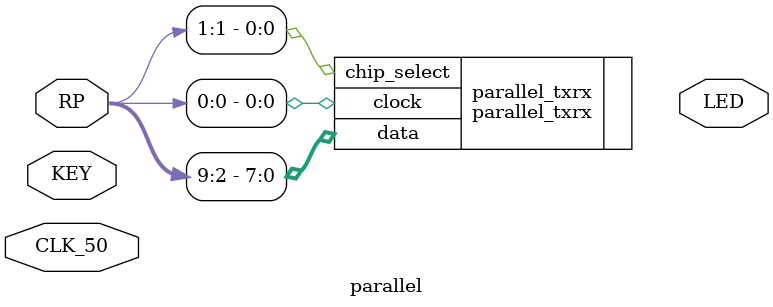
<source format=v>
module parallel(
    input CLK_50,
    inout [9:0] RP,
    input KEY,
    output [7:0] LED
);

// data
reg [2:0] dimension;
wire [15:0] data;

parallel_txrx parallel_txrx(.clock(RP[0]), .chip_select(RP[1]), .data(RP[9:2]));

//  PLL
spipll spipll(
            .areset(dly_rst),
            .inclk0(CLK_50),
            .c0(spi_clk),      // 2MHz
            .c1(spi_clk_out)); // 2MHz phase shift

//  Initial Setting and Data Read Back
spi_ee_config spi_ee_config (
						.iRSTN(!dly_rst),
						.iSPI_CLK(spi_clk),
						.iSPI_CLK_OUT(spi_clk_out),
						.iG_INT2(ACC_INTERRUPT),
						.dimension(dimension),
						.oDATA_L(data[7:0]),
						.oDATA_H(data[15:8]),
						.SPI_SDIO(ACC_DATA),
						.oSPI_CSN(ACC_SELECT),
						.oSPI_CLK(ACC_CLK));

endmodule
</source>
